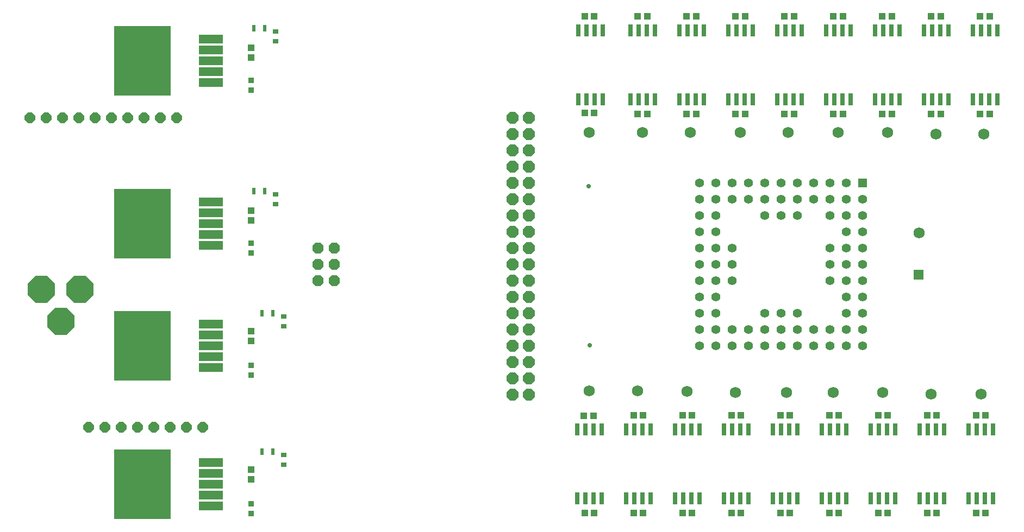
<source format=gts>
%FSLAX25Y25*%
%MOIN*%
G70*
G01*
G75*
G04 Layer_Color=8388736*
%ADD10R,0.33858X0.42126*%
%ADD11R,0.14173X0.04528*%
%ADD12R,0.03661X0.03661*%
%ADD13R,0.03500X0.03400*%
%ADD14R,0.03661X0.03661*%
%ADD15R,0.02200X0.06700*%
%ADD16R,0.02178X0.03937*%
%ADD17R,0.03200X0.03000*%
%ADD18C,0.01000*%
%ADD19C,0.04000*%
%ADD20C,0.02000*%
%ADD21C,0.03937*%
%ADD22C,0.06000*%
%ADD23C,0.04724*%
%ADD24R,0.04724X0.04724*%
%ADD25R,0.06000X0.06000*%
%ADD26P,0.06061X8X112.5*%
%ADD27P,0.06605X8X292.5*%
%ADD28P,0.17046X8X112.5*%
%ADD29C,0.07677*%
%ADD30P,0.17046X8X202.5*%
%ADD31P,0.07144X8X292.5*%
%ADD32C,0.05000*%
%ADD33C,0.02000*%
%ADD34C,0.04000*%
%ADD35R,0.07874X0.08661*%
%ADD36R,0.08661X0.07874*%
%ADD37R,0.03400X0.03500*%
%ADD38R,0.01772X0.01575*%
%ADD39R,0.04409X0.06772*%
%ADD40C,0.00984*%
%ADD41C,0.00600*%
%ADD42C,0.00787*%
%ADD43C,0.00500*%
%ADD44C,0.00800*%
%ADD45C,0.00400*%
%ADD46C,0.02800*%
%ADD47C,0.01500*%
%ADD48R,0.02000X0.02000*%
%ADD49R,0.34658X0.42926*%
%ADD50R,0.14973X0.05328*%
%ADD51R,0.04461X0.04461*%
%ADD52R,0.04461X0.04461*%
%ADD53R,0.03000X0.07500*%
%ADD54C,0.06800*%
%ADD55C,0.05524*%
%ADD56R,0.05524X0.05524*%
%ADD57P,0.06927X8X112.5*%
%ADD58P,0.07471X8X292.5*%
%ADD59P,0.17912X8X112.5*%
%ADD60C,0.08477*%
%ADD61P,0.17912X8X202.5*%
%ADD62P,0.08010X8X292.5*%
%ADD63C,0.05800*%
%ADD64C,0.02800*%
D13*
X210000Y-43050D02*
D03*
Y-36950D02*
D03*
Y41950D02*
D03*
Y48050D02*
D03*
Y216950D02*
D03*
Y223050D02*
D03*
Y116950D02*
D03*
Y123050D02*
D03*
D16*
X216746Y-5000D02*
D03*
X223254D02*
D03*
X216746Y80000D02*
D03*
X223254D02*
D03*
X211746Y255000D02*
D03*
X218254D02*
D03*
X211746Y155000D02*
D03*
X218254D02*
D03*
D17*
X230000Y-13050D02*
D03*
Y-6950D02*
D03*
Y71950D02*
D03*
Y78050D02*
D03*
X225000Y246950D02*
D03*
Y253050D02*
D03*
Y146950D02*
D03*
Y153050D02*
D03*
D25*
X619138Y103862D02*
D03*
D49*
X143465Y135000D02*
D03*
Y235000D02*
D03*
Y60000D02*
D03*
Y-25000D02*
D03*
D50*
X185394Y148386D02*
D03*
Y141693D02*
D03*
Y135000D02*
D03*
Y128307D02*
D03*
Y121614D02*
D03*
Y248386D02*
D03*
Y241693D02*
D03*
Y235000D02*
D03*
Y228307D02*
D03*
Y221614D02*
D03*
Y73386D02*
D03*
Y66693D02*
D03*
Y60000D02*
D03*
Y53307D02*
D03*
Y46614D02*
D03*
Y-11614D02*
D03*
Y-18307D02*
D03*
Y-25000D02*
D03*
Y-31693D02*
D03*
Y-38386D02*
D03*
D51*
X210000Y-21953D02*
D03*
Y-16047D02*
D03*
Y63047D02*
D03*
Y68953D02*
D03*
Y237047D02*
D03*
Y242953D02*
D03*
Y137047D02*
D03*
Y142953D02*
D03*
D52*
X504547Y-42500D02*
D03*
X510453D02*
D03*
X504547Y17500D02*
D03*
X510453D02*
D03*
X534547Y-42500D02*
D03*
X540453D02*
D03*
X534547Y17500D02*
D03*
X540453D02*
D03*
X564547Y-42500D02*
D03*
X570453D02*
D03*
X564547Y17500D02*
D03*
X570453D02*
D03*
X594547Y-42500D02*
D03*
X600453D02*
D03*
X594547Y17500D02*
D03*
X600453D02*
D03*
X624547Y-42500D02*
D03*
X630453D02*
D03*
X624547Y17500D02*
D03*
X630453D02*
D03*
X654547Y-42500D02*
D03*
X660453D02*
D03*
X654547Y17500D02*
D03*
X660453D02*
D03*
X444547Y-42500D02*
D03*
X450453D02*
D03*
X444547Y17500D02*
D03*
X450453D02*
D03*
X474547Y-42500D02*
D03*
X480453D02*
D03*
X474547Y17500D02*
D03*
X480453D02*
D03*
X414047Y17000D02*
D03*
X419953D02*
D03*
X414547Y-42500D02*
D03*
X420453D02*
D03*
X507047Y262500D02*
D03*
X512953D02*
D03*
X507047Y202500D02*
D03*
X512953D02*
D03*
X537047Y262500D02*
D03*
X542953D02*
D03*
X537047Y202500D02*
D03*
X542953D02*
D03*
X567047Y262500D02*
D03*
X572953D02*
D03*
X567047Y202500D02*
D03*
X572953D02*
D03*
X597047Y262500D02*
D03*
X602953D02*
D03*
X597047Y202500D02*
D03*
X602953D02*
D03*
X627047Y262500D02*
D03*
X632953D02*
D03*
X627047Y202500D02*
D03*
X632953D02*
D03*
X657047Y262500D02*
D03*
X662953D02*
D03*
X657047Y202500D02*
D03*
X662953D02*
D03*
X447047Y262500D02*
D03*
X452953D02*
D03*
X447047Y202500D02*
D03*
X452953D02*
D03*
X477047Y262500D02*
D03*
X482953D02*
D03*
X477047Y202500D02*
D03*
X482953D02*
D03*
X414547Y203000D02*
D03*
X420453D02*
D03*
X414547Y262500D02*
D03*
X420453D02*
D03*
D53*
X590000Y-33700D02*
D03*
X595000D02*
D03*
X590000Y8700D02*
D03*
X595000D02*
D03*
X600000Y-33700D02*
D03*
X605000D02*
D03*
X600000Y8700D02*
D03*
X605000D02*
D03*
X592500Y211300D02*
D03*
X597500D02*
D03*
X602500D02*
D03*
X592500Y253700D02*
D03*
X597500D02*
D03*
X607500Y211300D02*
D03*
X602500Y253700D02*
D03*
X607500D02*
D03*
X620000Y-33700D02*
D03*
X625000D02*
D03*
X620000Y8700D02*
D03*
X625000D02*
D03*
X630000Y-33700D02*
D03*
X635000D02*
D03*
X630000Y8700D02*
D03*
X635000D02*
D03*
X622500Y211300D02*
D03*
X627500D02*
D03*
X632500D02*
D03*
X622500Y253700D02*
D03*
X627500D02*
D03*
X637500Y211300D02*
D03*
X632500Y253700D02*
D03*
X637500D02*
D03*
X650000Y-33700D02*
D03*
X655000D02*
D03*
X650000Y8700D02*
D03*
X655000D02*
D03*
X660000Y-33700D02*
D03*
X665000D02*
D03*
X660000Y8700D02*
D03*
X665000D02*
D03*
X652500Y211300D02*
D03*
X657500D02*
D03*
X662500D02*
D03*
X652500Y253700D02*
D03*
X657500D02*
D03*
X667500Y211300D02*
D03*
X662500Y253700D02*
D03*
X667500D02*
D03*
X410000Y-33700D02*
D03*
X415000D02*
D03*
X420000D02*
D03*
X410000Y8700D02*
D03*
X415000D02*
D03*
X425000Y-33700D02*
D03*
X420000Y8700D02*
D03*
X425000D02*
D03*
X410500Y211300D02*
D03*
X415500D02*
D03*
X410500Y253700D02*
D03*
X415500D02*
D03*
X420500Y211300D02*
D03*
X425500D02*
D03*
X420500Y253700D02*
D03*
X425500D02*
D03*
X500000Y-33700D02*
D03*
X505000D02*
D03*
X500000Y8700D02*
D03*
X505000D02*
D03*
X510000Y-33700D02*
D03*
X515000D02*
D03*
X510000Y8700D02*
D03*
X515000D02*
D03*
X502500Y211300D02*
D03*
X507500D02*
D03*
X512500D02*
D03*
X502500Y253700D02*
D03*
X507500D02*
D03*
X517500Y211300D02*
D03*
X512500Y253700D02*
D03*
X517500D02*
D03*
X530000Y-33700D02*
D03*
X535000D02*
D03*
X530000Y8700D02*
D03*
X535000D02*
D03*
X540000Y-33700D02*
D03*
X545000D02*
D03*
X540000Y8700D02*
D03*
X545000D02*
D03*
X532500Y211300D02*
D03*
X537500D02*
D03*
X542500D02*
D03*
X532500Y253700D02*
D03*
X537500D02*
D03*
X547500Y211300D02*
D03*
X542500Y253700D02*
D03*
X547500D02*
D03*
X560000Y-33700D02*
D03*
X565000D02*
D03*
X560000Y8700D02*
D03*
X565000D02*
D03*
X570000Y-33700D02*
D03*
X575000D02*
D03*
X570000Y8700D02*
D03*
X575000D02*
D03*
X562500Y211300D02*
D03*
X567500D02*
D03*
X572500D02*
D03*
X562500Y253700D02*
D03*
X567500D02*
D03*
X577500Y211300D02*
D03*
X572500Y253700D02*
D03*
X577500D02*
D03*
X470000Y-33700D02*
D03*
X475000D02*
D03*
X470000Y8700D02*
D03*
X475000D02*
D03*
X480000Y-33700D02*
D03*
X485000D02*
D03*
X480000Y8700D02*
D03*
X485000D02*
D03*
X472500Y211300D02*
D03*
X477500D02*
D03*
X482500D02*
D03*
X472500Y253700D02*
D03*
X477500D02*
D03*
X487500Y211300D02*
D03*
X482500Y253700D02*
D03*
X487500D02*
D03*
X440000Y-33700D02*
D03*
X445000D02*
D03*
X440000Y8700D02*
D03*
X445000D02*
D03*
X450000Y-33700D02*
D03*
X455000D02*
D03*
X450000Y8700D02*
D03*
X455000D02*
D03*
X442500Y211300D02*
D03*
X447500D02*
D03*
X452500D02*
D03*
X442500Y253700D02*
D03*
X447500D02*
D03*
X457500Y211300D02*
D03*
X452500Y253700D02*
D03*
X457500D02*
D03*
D54*
X619685Y129528D02*
D03*
X659449Y189961D02*
D03*
X629921D02*
D03*
X600394Y190945D02*
D03*
X569882D02*
D03*
X539370D02*
D03*
X509842D02*
D03*
X479331D02*
D03*
X449803D02*
D03*
X417323D02*
D03*
X657480Y30512D02*
D03*
X626968D02*
D03*
X597441Y31496D02*
D03*
X566929D02*
D03*
X538386D02*
D03*
X506890D02*
D03*
X477362Y32138D02*
D03*
X446850Y32480D02*
D03*
X417323D02*
D03*
D55*
X485000Y60000D02*
D03*
Y70000D02*
D03*
X505000Y60000D02*
D03*
X495000Y70000D02*
D03*
Y60000D02*
D03*
X485000Y90000D02*
D03*
Y80000D02*
D03*
X495000D02*
D03*
Y100000D02*
D03*
Y90000D02*
D03*
X515000Y60000D02*
D03*
X535000D02*
D03*
X515000Y70000D02*
D03*
X525000Y60000D02*
D03*
X505000Y70000D02*
D03*
Y100000D02*
D03*
X525000Y70000D02*
D03*
X535000D02*
D03*
X525000Y80000D02*
D03*
X535000D02*
D03*
X485000Y100000D02*
D03*
Y110000D02*
D03*
X495000D02*
D03*
X485000Y120000D02*
D03*
X495000D02*
D03*
X485000Y130000D02*
D03*
Y160000D02*
D03*
Y140000D02*
D03*
X495000Y130000D02*
D03*
X485000Y150000D02*
D03*
X495000Y140000D02*
D03*
X505000Y110000D02*
D03*
X495000Y150000D02*
D03*
X505000Y120000D02*
D03*
X525000Y140000D02*
D03*
X505000Y150000D02*
D03*
X515000D02*
D03*
X505000Y160000D02*
D03*
X495000D02*
D03*
X525000Y150000D02*
D03*
X515000Y160000D02*
D03*
X525000D02*
D03*
X555000Y60000D02*
D03*
X545000D02*
D03*
X565000D02*
D03*
X575000Y70000D02*
D03*
Y60000D02*
D03*
X555000Y70000D02*
D03*
X545000Y80000D02*
D03*
Y70000D02*
D03*
X565000D02*
D03*
Y110000D02*
D03*
Y100000D02*
D03*
X575000Y80000D02*
D03*
Y90000D02*
D03*
X585000Y60000D02*
D03*
Y80000D02*
D03*
Y70000D02*
D03*
Y90000D02*
D03*
X575000Y110000D02*
D03*
Y100000D02*
D03*
X585000Y110000D02*
D03*
Y100000D02*
D03*
X545000Y140000D02*
D03*
X535000D02*
D03*
X565000Y120000D02*
D03*
X545000Y150000D02*
D03*
X565000Y140000D02*
D03*
X535000Y150000D02*
D03*
Y160000D02*
D03*
X545000D02*
D03*
X555000Y150000D02*
D03*
Y160000D02*
D03*
X565000D02*
D03*
X575000Y120000D02*
D03*
Y140000D02*
D03*
Y130000D02*
D03*
X585000Y120000D02*
D03*
Y140000D02*
D03*
Y130000D02*
D03*
X565000Y150000D02*
D03*
X575000Y160000D02*
D03*
Y150000D02*
D03*
X585000D02*
D03*
D56*
Y160000D02*
D03*
D57*
X110385Y10100D02*
D03*
X120385D02*
D03*
X130385D02*
D03*
X140385D02*
D03*
X150385D02*
D03*
X160385D02*
D03*
X170385D02*
D03*
X180385D02*
D03*
X74385Y200100D02*
D03*
X84385D02*
D03*
X94385D02*
D03*
X104385D02*
D03*
X114385D02*
D03*
X124385D02*
D03*
X134385D02*
D03*
X144385D02*
D03*
X154385D02*
D03*
X164385D02*
D03*
D58*
X250885Y100100D02*
D03*
Y110100D02*
D03*
Y120100D02*
D03*
X260885Y110100D02*
D03*
Y100100D02*
D03*
Y120100D02*
D03*
D59*
X81400Y94700D02*
D03*
X105000D02*
D03*
D60*
X81400Y91700D02*
D03*
Y97700D02*
D03*
X96200Y75000D02*
D03*
X90200D02*
D03*
X105000Y91700D02*
D03*
Y97700D02*
D03*
D61*
X93200Y75000D02*
D03*
D62*
X370385Y40100D02*
D03*
Y30100D02*
D03*
Y70100D02*
D03*
Y50100D02*
D03*
Y60100D02*
D03*
Y80100D02*
D03*
Y90100D02*
D03*
Y100100D02*
D03*
Y110100D02*
D03*
Y120100D02*
D03*
Y130100D02*
D03*
Y140100D02*
D03*
Y150100D02*
D03*
Y180100D02*
D03*
Y160100D02*
D03*
Y170100D02*
D03*
Y190100D02*
D03*
Y200100D02*
D03*
X380385Y30100D02*
D03*
Y40100D02*
D03*
Y50100D02*
D03*
Y60100D02*
D03*
Y80100D02*
D03*
Y90100D02*
D03*
Y110100D02*
D03*
Y70100D02*
D03*
Y100100D02*
D03*
Y120100D02*
D03*
Y130100D02*
D03*
Y140100D02*
D03*
Y150100D02*
D03*
Y160100D02*
D03*
Y170100D02*
D03*
Y200100D02*
D03*
Y180100D02*
D03*
Y190100D02*
D03*
D63*
X149606Y-31496D02*
D03*
X137795D02*
D03*
X149606Y-19685D02*
D03*
X137795D02*
D03*
X149606Y53150D02*
D03*
X137795D02*
D03*
X149606Y66929D02*
D03*
X137795D02*
D03*
X149606Y127953D02*
D03*
X137795D02*
D03*
X149606Y141732D02*
D03*
X137795D02*
D03*
X149606Y228346D02*
D03*
X137795D02*
D03*
X149606Y242126D02*
D03*
X137795D02*
D03*
D64*
X417500Y60500D02*
D03*
X417000Y158000D02*
D03*
M02*

</source>
